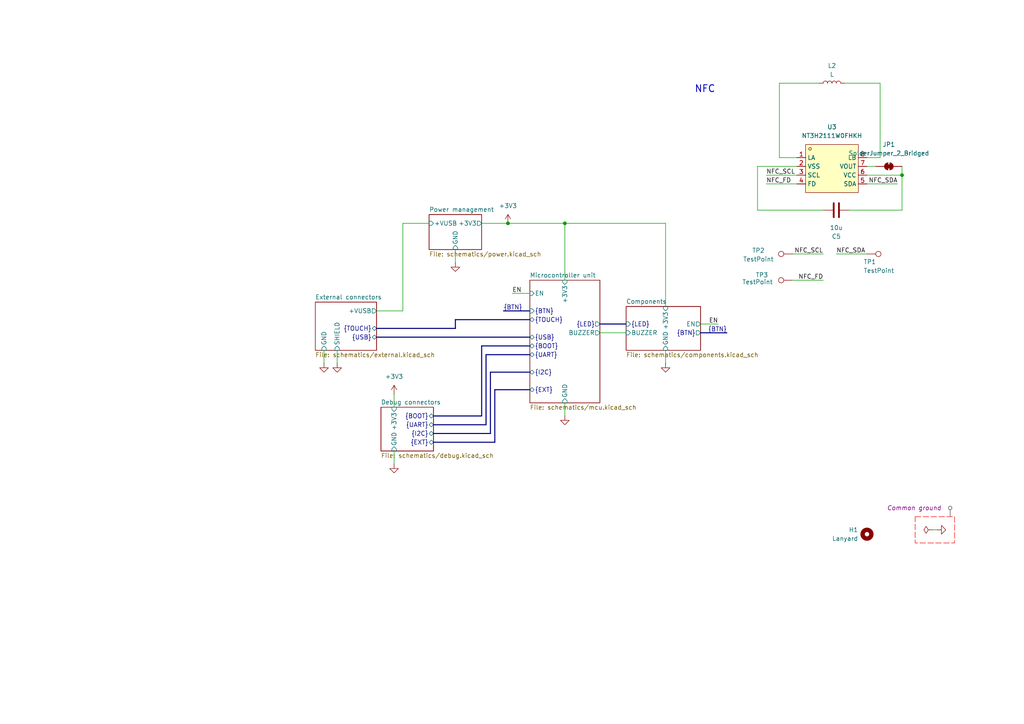
<source format=kicad_sch>
(kicad_sch (version 20250114) (generator "eeschema") (generator_version "9.0")
  (paper "A4")
  (title_block (title "Hack&Roll 2026 hardware badge") (date "2025-12-01") (rev "0.0.14") (company "NUS Hackers") (comment 1 "Art by @youngseopark05") (comment 2 "Developed by @yikjin and @Hackin7") (comment 3 "Licensed under CERN-OHL-P-2.0"))
  (lib_symbols
    (symbol "Connector:TestPoint" (pin_numbers (hide yes)) (pin_names (offset 0.762) (hide yes))
      (property "Reference" "TP" (at 0 6.858 0))
      (property "Value" "TestPoint" (at 0 5.08 0))
      (symbol "TestPoint_0_1"
        (circle (center 0 3.302) (radius 0.762))
      )
      (symbol "TestPoint_1_1"
        (pin passive line (at 0 0 90) (length 2.54) (name "1") (number "1"))
      )
    )
    (symbol "Device:C" (pin_numbers (hide yes)) (pin_names (offset 0.254))
      (property "Reference" "C" (at 0.635 2.54 0))
      (property "Value" "C" (at 0.635 -2.54 0))
      (symbol "C_0_1"
        (polyline (pts (xy -2.032 0.762) (xy 2.032 0.762)) (stroke (width 0.508)))
        (polyline (pts (xy -2.032 -0.762) (xy 2.032 -0.762)) (stroke (width 0.508)))
      )
      (symbol "C_1_1"
        (pin passive line (at 0 3.81 270) (length 2.794) (name "~") (number "1"))
        (pin passive line (at 0 -3.81 90) (length 2.794) (name "~") (number "2"))
      )
    )
    (symbol "Device:L" (pin_numbers (hide yes)) (pin_names (offset 1.016) (hide yes))
      (property "Reference" "L" (at -1.27 0 90))
      (property "Value" "L" (at 1.905 0 90))
      (symbol "L_0_1"
        (arc (start 0 2.54) (mid 0.6323 1.905) (end 0 1.27))
        (arc (start 0 1.27) (mid 0.6323 0.635) (end 0 0))
        (arc (start 0 0) (mid 0.6323 -0.635) (end 0 -1.27))
        (arc (start 0 -1.27) (mid 0.6323 -1.905) (end 0 -2.54))
      )
      (symbol "L_1_1"
        (pin passive line (at 0 3.81 270) (length 1.27) (name "1") (number "1"))
        (pin passive line (at 0 -3.81 90) (length 1.27) (name "2") (number "2"))
      )
    )
    (symbol "Jumper:SolderJumper_2_Bridged" (pin_numbers (hide yes)) (pin_names (offset 0) (hide yes)) (exclude_from_sim yes) (in_bom no)
      (property "Reference" "JP" (at 0 2.032 0))
      (property "Value" "SolderJumper_2_Bridged" (at 0 -2.54 0))
      (symbol "SolderJumper_2_Bridged_0_1"
        (rectangle (start -0.508 0.508) (end 0.508 -0.508) (fill (type outline)))
        (polyline (pts (xy -0.254 1.016) (xy -0.254 -1.016)))
        (arc (start -0.254 -1.016) (mid -1.2656 0) (end -0.254 1.016))
        (arc (start -0.254 -1.016) (mid -1.2656 0) (end -0.254 1.016) (fill (type outline)))
        (arc (start 0.254 1.016) (mid 1.2656 0) (end 0.254 -1.016))
        (arc (start 0.254 1.016) (mid 1.2656 0) (end 0.254 -1.016) (fill (type outline)))
        (polyline (pts (xy 0.254 1.016) (xy 0.254 -1.016)))
      )
      (symbol "SolderJumper_2_Bridged_1_1"
        (pin passive line (at -3.81 0 0) (length 2.54) (name "A") (number "1"))
        (pin passive line (at 3.81 0 180) (length 2.54) (name "B") (number "2"))
      )
    )
    (symbol "Mechanical:MountingHole" (pin_names (offset 1.016)) (in_bom no)
      (property "Reference" "H" (at 0 5.08 0))
      (property "Value" "MountingHole" (at 0 3.175 0))
      (symbol "MountingHole_0_1"
        (circle (center 0 0) (radius 1.27) (stroke (width 1.27)))
      )
    )
    (symbol "easyeda2kicad:NT3H2111W0FHKH"
      (property "Reference" "U" (at 0 8.89 0))
      (property "Value" "NT3H2111W0FHKH" (at 0 -8.89 0))
      (symbol "NT3H2111W0FHKH_0_1"
        (rectangle (start -7.62 7.62) (end 7.62 -6.35) (fill (type background)))
        (circle (center -6.35 6.35) (radius 0.38))
        (pin unspecified line (at -10.16 3.81 0) (length 2.54) (name "LA") (number "1"))
        (pin unspecified line (at -10.16 1.27 0) (length 2.54) (name "VSS") (number "2"))
        (pin unspecified line (at -10.16 -1.27 0) (length 2.54) (name "SCL") (number "3"))
        (pin unspecified line (at -10.16 -3.81 0) (length 2.54) (name "FD") (number "4"))
        (pin unspecified line (at 10.16 3.81 180) (length 2.54) (name "LB") (number "8"))
        (pin unspecified line (at 10.16 1.27 180) (length 2.54) (name "VOUT") (number "7"))
        (pin unspecified line (at 10.16 -1.27 180) (length 2.54) (name "VCC") (number "6"))
        (pin unspecified line (at 10.16 -3.81 180) (length 2.54) (name "SDA") (number "5"))
      )
    )
    (symbol "power:+3V3" (power) (pin_numbers (hide yes)) (pin_names (offset 0) (hide yes))
      (property "Value" "+3V3" (at 0 3.556 0))
      (symbol "+3V3_0_1"
        (polyline (pts (xy -0.762 1.27) (xy 0 2.54)))
        (polyline (pts (xy 0 2.54) (xy 0.762 1.27)))
        (polyline (pts (xy 0 0) (xy 0 2.54)))
      )
      (symbol "+3V3_1_1"
        (pin power_in line (at 0 0 90) (length 0) (name "~") (number "1"))
      )
    )
    (symbol "power:GND" (power) (pin_numbers (hide yes)) (pin_names (offset 0) (hide yes))
      (property "Value" "GND" (at 0 -3.81 0))
      (symbol "GND_0_1"
        (polyline (pts (xy 0 0) (xy 0 -1.27) (xy 1.27 -1.27) (xy 0 -2.54) (xy -1.27 -1.27) (xy 0 -1.27)))
      )
      (symbol "GND_1_1"
        (pin power_in line (at 0 0 270) (length 0) (name "~") (number "1"))
      )
    )
    (symbol "power:PWR_FLAG" (power) (pin_numbers (hide yes)) (pin_names (offset 0) (hide yes))
      (property "Value" "PWR_FLAG" (at 0 3.81 0))
      (symbol "PWR_FLAG_0_0"
        (pin power_out line (at 0 0 90) (length 0) (name "~") (number "1"))
      )
      (symbol "PWR_FLAG_0_1"
        (polyline (pts (xy 0 0) (xy 0 1.27) (xy -1.016 1.905) (xy 0 2.54) (xy 1.016 1.905) (xy 0 1.27)))
      )
    )
  )
  (bus_alias "BOOT" (members "BOOT_IS_SPI" "BOOT_HIGH" "BOOT_BUG"))
  (bus_alias "BTN" (members "BTN_U" "BTN_D" "BTN_L" "BTN_R" "BTN_A" "BTN_B"))
  (bus_alias "EXT" (members "EXT_[0..1]"))
  (bus_alias "I2C" (members "IO_SCL" "IO_SDA" "IO_~{INT}"))
  (bus_alias "LED" (members "LED_[0..9]"))
  (bus_alias "LED_BUZZER_R" (members "LED_R[0..9]" "BUZZER_R"))
  (bus_alias "POWER" (members "+VBATT" "+VBATT_SW" "+VBATT_EN" "+VUSB_EN" "+VUSB_PI" "+3V3" "+3V3_VBATT" "+3V3_VUSB"))
  (bus_alias "TOUCH" (members "TOUCH_D+" "TOUCH_D-"))
  (bus_alias "UART" (members "UART_TX" "UART_RX"))
  (bus_alias "USB" (members "USB_D+" "USB_D-"))
  (text "NFC" (at 204.47 25.908 0) (effects (font (size 2 2) (thickness 0.254) (bold yes))))
  (junction (at 147.32 64.77))
  (junction (at 163.83 64.77))
  (junction (at 261.62 50.8))
  (wire (pts (xy 193.04 64.77) (xy 193.04 88.9)))
  (bus (pts (xy 132.08 92.71) (xy 132.08 95.25)))
  (wire (pts (xy 219.71 48.26) (xy 231.14 48.26)))
  (bus (pts (xy 143.51 113.03) (xy 143.51 128.27)))
  (bus (pts (xy 153.67 92.71) (xy 132.08 92.71)))
  (wire (pts (xy 93.98 101.6) (xy 93.98 105.41)))
  (wire (pts (xy 139.7 64.77) (xy 147.32 64.77)))
  (wire (pts (xy 109.22 90.17) (xy 116.84 90.17)))
  (bus (pts (xy 173.99 93.98) (xy 181.61 93.98)))
  (wire (pts (xy 116.84 90.17) (xy 116.84 64.77)))
  (wire (pts (xy 251.46 48.26) (xy 254 48.26)))
  (wire (pts (xy 271.78 153.67) (xy 270.51 153.67)))
  (bus (pts (xy 109.22 95.25) (xy 132.08 95.25)))
  (wire (pts (xy 229.87 73.66) (xy 238.76 73.66)))
  (bus (pts (xy 140.97 102.87) (xy 140.97 123.19)))
  (wire (pts (xy 219.71 60.96) (xy 219.71 48.26)))
  (bus (pts (xy 146.05 90.17) (xy 153.67 90.17)))
  (wire (pts (xy 132.08 72.39) (xy 132.08 76.2)))
  (wire (pts (xy 163.83 120.65) (xy 163.83 116.84)))
  (wire (pts (xy 148.59 85.09) (xy 153.67 85.09)))
  (wire (pts (xy 226.06 24.13) (xy 226.06 45.72)))
  (bus (pts (xy 139.7 100.33) (xy 139.7 120.65)))
  (wire (pts (xy 193.04 101.6) (xy 193.04 105.41)))
  (wire (pts (xy 251.46 50.8) (xy 261.62 50.8)))
  (wire (pts (xy 173.99 96.52) (xy 181.61 96.52)))
  (wire (pts (xy 261.62 60.96) (xy 261.62 50.8)))
  (bus (pts (xy 153.67 100.33) (xy 139.7 100.33)))
  (wire (pts (xy 114.3 134.62) (xy 114.3 130.81)))
  (wire (pts (xy 251.46 53.34) (xy 260.35 53.34)))
  (wire (pts (xy 114.3 114.3) (xy 114.3 118.11)))
  (wire (pts (xy 222.25 53.34) (xy 231.14 53.34)))
  (bus (pts (xy 142.24 125.73) (xy 142.24 107.95)))
  (wire (pts (xy 242.57 73.66) (xy 251.46 73.66)))
  (wire (pts (xy 203.2 93.98) (xy 208.28 93.98)))
  (bus (pts (xy 109.22 97.79) (xy 153.67 97.79)))
  (bus (pts (xy 203.2 96.52) (xy 210.82 96.52)))
  (wire (pts (xy 261.62 50.8) (xy 261.62 48.26)))
  (wire (pts (xy 97.79 101.6) (xy 97.79 105.41)))
  (bus (pts (xy 153.67 113.03) (xy 143.51 113.03)))
  (bus (pts (xy 143.51 128.27) (xy 125.73 128.27)))
  (wire (pts (xy 193.04 64.77) (xy 163.83 64.77)))
  (wire (pts (xy 226.06 45.72) (xy 231.14 45.72)))
  (wire (pts (xy 245.11 24.13) (xy 255.27 24.13)))
  (bus (pts (xy 125.73 120.65) (xy 139.7 120.65)))
  (bus (pts (xy 125.73 123.19) (xy 140.97 123.19)))
  (wire (pts (xy 238.76 81.28) (xy 229.87 81.28)))
  (bus (pts (xy 153.67 102.87) (xy 140.97 102.87)))
  (wire (pts (xy 246.38 60.96) (xy 261.62 60.96)))
  (wire (pts (xy 255.27 45.72) (xy 251.46 45.72)))
  (bus (pts (xy 125.73 125.73) (xy 142.24 125.73)))
  (wire (pts (xy 255.27 45.72) (xy 255.27 24.13)))
  (wire (pts (xy 237.49 24.13) (xy 226.06 24.13)))
  (bus (pts (xy 142.24 107.95) (xy 153.67 107.95)))
  (wire (pts (xy 219.71 60.96) (xy 238.76 60.96)))
  (wire (pts (xy 163.83 81.28) (xy 163.83 64.77)))
  (wire (pts (xy 147.32 64.77) (xy 163.83 64.77)))
  (wire (pts (xy 222.25 50.8) (xy 231.14 50.8)))
  (wire (pts (xy 116.84 64.77) (xy 124.46 64.77)))
  (label "NFC_SDA" (at 260.35 53.34 180))
  (label "NFC_FD" (at 238.76 81.28 180))
  (label "NFC_FD" (at 222.25 53.34 0))
  (label "{BTN}" (at 210.82 96.52 180))
  (label "EN" (at 148.59 85.09 0))
  (label "NFC_SCL" (at 238.76 73.66 180))
  (label "EN" (at 208.28 93.98 180))
  (label "NFC_SCL" (at 222.25 50.8 0))
  (label "NFC_SDA" (at 242.57 73.66 0))
  (label "{BTN}" (at 146.05 90.17 0))
  (rule_area (polyline (pts (xy 265.43 149.86) (xy 276.86 149.86) (xy 276.86 157.48) (xy 265.43 157.48)) (stroke (width 0) (type dash))))
  (netclass_flag "" (length 2.54) (shape round) (at 275.59 149.86 0) (property "Component Class" "Common ground" (at 273.05 147.32 0) (effects (font (italic yes)) (justify right))))
  (symbol (lib_id "Connector:TestPoint") (at 251.46 73.66 270) (unit 1)
    (property "Reference" "TP1" (at 250.444 75.946 90) (effects (justify left)))
    (property "Value" "TestPoint" (at 250.444 78.486 90) (effects (justify left)))
    (property "Footprint" "TestPoint:TestPoint_Pad_1.0x1.0mm" (effects (hide yes)))
    (property "Description" "test point" (effects (hide yes)))
  )
  (symbol (lib_id "power:GND") (at 132.08 76.2 0) (unit 1)
    (property "Reference" "#PWR02" (effects (hide yes)))
    (property "Value" "GND" (effects (hide yes)))
    (property "Description" "Power symbol creates a global label with name \"GND\" , ground" (effects (hide yes)))
  )
  (symbol (lib_id "power:+3V3") (at 114.3 114.3 0) (unit 1)
    (property "Reference" "#PWR06" (effects (hide yes)))
    (property "Value" "+3V3" (at 114.3 109.22 0))
    (property "Description" "Power symbol creates a global label with name \"+3V3\"" (effects (hide yes)))
  )
  (symbol (lib_id "Device:L") (at 241.3 24.13 90) (unit 1)
    (property "Reference" "L2" (at 241.3 19.05 90))
    (property "Value" "L" (at 241.3 21.59 90))
    (property "Footprint" "hnr26-badge:NFC_COIL" (effects (hide yes)))
    (property "Description" "Inductor" (effects (hide yes)))
  )
  (symbol (lib_id "power:GND") (at 97.79 105.41 0) (unit 1)
    (property "Reference" "#PWR04" (effects (hide yes)))
    (property "Value" "GND" (effects (hide yes)))
    (property "Description" "Power symbol creates a global label with name \"GND\" , ground" (effects (hide yes)))
  )
  (symbol (lib_id "power:GND") (at 114.3 134.62 0) (unit 1)
    (property "Reference" "#PWR08" (effects (hide yes)))
    (property "Value" "GND" (effects (hide yes)))
    (property "Description" "Power symbol creates a global label with name \"GND\" , ground" (effects (hide yes)))
  )
  (symbol (lib_id "Jumper:SolderJumper_2_Bridged") (at 257.81 48.26 0) (mirror y) (unit 1) (exclude_from_sim yes) (in_bom no)
    (property "Reference" "JP1" (at 257.81 41.91 0))
    (property "Value" "SolderJumper_2_Bridged" (at 257.81 44.45 0))
    (property "Footprint" "Jumper:SolderJumper-2_P1.3mm_Bridged_RoundedPad1.0x1.5mm" (effects (hide yes)))
    (property "Description" "Solder Jumper, 2-pole, closed/bridged" (effects (hide yes)))
  )
  (symbol (lib_id "power:PWR_FLAG") (at 270.51 153.67 90) (unit 1)
    (property "Reference" "#FLG01" (effects (hide yes)))
    (property "Value" "PWR_FLAG" (effects (hide yes)))
    (property "Description" "Special symbol for telling ERC where power comes from" (effects (hide yes)))
  )
  (symbol (lib_id "power:+3V3") (at 147.32 64.77 0) (unit 1)
    (property "Reference" "#PWR01" (effects (hide yes)))
    (property "Value" "+3V3" (at 147.32 59.69 0))
    (property "Description" "Power symbol creates a global label with name \"+3V3\"" (effects (hide yes)))
  )
  (symbol (lib_id "Mechanical:MountingHole") (at 251.46 154.94 0) (mirror y) (unit 1) (exclude_from_sim yes) (in_bom no)
    (property "Reference" "H1" (at 248.92 153.6699 0) (effects (justify left)))
    (property "Value" "Lanyard" (at 248.92 156.2099 0) (effects (justify left)))
    (property "Footprint" "MountingHole:MountingHole_3.2mm_M3_DIN965_Pad" (effects (hide yes)))
    (property "Description" "Mounting Hole without connection" (effects (hide yes)))
  )
  (symbol (lib_id "Device:C") (at 242.57 60.96 90) (mirror x) (unit 1)
    (property "Reference" "C5" (at 242.57 68.58 90))
    (property "Value" "10u" (at 242.57 66.04 90))
    (property "Footprint" "Capacitor_SMD:C_0805_2012Metric" (effects (hide yes)))
    (property "Datasheet" "https://jlcpcb.com/api/file/downloadByFileSystemAccessId/8603102601970278400" (effects (hide yes)))
    (property "Description" "10uF 25V X5R ±10% 0805 Multilayer Ceramic Capacitors MLCC - SMD/SMT ROHS" (effects (hide yes)))
    (property "Cost per unit" "0.0074" (effects (hide yes)))
    (property "LCSC Part #" "C19103847" (effects (hide yes)))
    (property "PCB website" "https://jlcpcb.com/partdetail/Chinocera-HGC0805R5106K250NSLJ/C19103847" (effects (hide yes)))
  )
  (symbol (lib_id "Connector:TestPoint") (at 229.87 73.66 90) (unit 1)
    (property "Reference" "TP2" (at 219.964 72.644 90))
    (property "Value" "TestPoint" (at 219.964 75.184 90))
    (property "Footprint" "TestPoint:TestPoint_Pad_1.0x1.0mm" (effects (hide yes)))
    (property "Description" "test point" (effects (hide yes)))
  )
  (symbol (lib_id "easyeda2kicad:NT3H2111W0FHKH") (at 241.3 49.53 0) (unit 1)
    (property "Reference" "U3" (at 241.3 36.83 0))
    (property "Value" "NT3H2111W0FHKH" (at 241.3 39.37 0))
    (property "Footprint" "easyeda2kicad:XQFN-8_L1.6-W1.6-P0.50-BL_NT3H2111W0FHKH" (effects (hide yes)))
    (property "LCSC Part" "C710403" (effects (hide yes)))
  )
  (symbol (lib_id "Connector:TestPoint") (at 229.87 81.28 90) (unit 1)
    (property "Reference" "TP3" (at 220.98 79.756 90))
    (property "Value" "TestPoint" (at 219.71 81.788 90))
    (property "Footprint" "TestPoint:TestPoint_Pad_1.0x1.0mm" (effects (hide yes)))
    (property "Description" "test point" (effects (hide yes)))
  )
  (symbol (lib_id "power:GND") (at 193.04 105.41 0) (unit 1)
    (property "Reference" "#PWR05" (effects (hide yes)))
    (property "Value" "GND" (effects (hide yes)))
    (property "Description" "Power symbol creates a global label with name \"GND\" , ground" (effects (hide yes)))
  )
  (symbol (lib_id "power:GND") (at 93.98 105.41 0) (unit 1)
    (property "Reference" "#PWR03" (effects (hide yes)))
    (property "Value" "GND" (effects (hide yes)))
    (property "Description" "Power symbol creates a global label with name \"GND\" , ground" (effects (hide yes)))
  )
  (symbol (lib_id "power:GND") (at 271.78 153.67 90) (unit 1)
    (property "Reference" "#PWR09" (effects (hide yes)))
    (property "Value" "GND" (effects (hide yes)))
    (property "Description" "Power symbol creates a global label with name \"GND\" , ground" (effects (hide yes)))
  )
  (symbol (lib_id "power:GND") (at 163.83 120.65 0) (unit 1)
    (property "Reference" "#PWR07" (effects (hide yes)))
    (property "Value" "GND" (effects (hide yes)))
    (property "Description" "Power symbol creates a global label with name \"GND\" , ground" (effects (hide yes)))
  )
  (sheet (at 153.67 81.28) (size 20.32 35.56) (stroke (width 0.1524))
    (property "Sheetname" "Microcontroller unit" (at 153.67 80.5684 0) (effects (justify left bottom)))
    (property "Sheetfile" "schematics/mcu.kicad_sch" (at 153.67 117.4246 0) (effects (justify left top)))
    (pin "EN" input (at 153.67 85.09 180))
    (pin "+3V3" input (at 163.83 81.28 90))
    (pin "GND" input (at 163.83 116.84 270))
    (pin "BUZZER" output (at 173.99 96.52 0))
    (pin "{I2C}" bidirectional (at 153.67 107.95 180))
    (pin "{TOUCH}" bidirectional (at 153.67 92.71 180))
    (pin "{BTN}" input (at 153.67 90.17 180))
    (pin "{BOOT}" bidirectional (at 153.67 100.33 180))
    (pin "{USB}" bidirectional (at 153.67 97.79 180))
    (pin "{LED}" output (at 173.99 93.98 0))
    (pin "{UART}" bidirectional (at 153.67 102.87 180))
    (pin "{EXT}" bidirectional (at 153.67 113.03 180))
  )
  (sheet (at 124.46 62.23) (size 15.24 10.16) (stroke (width 0.1524))
    (property "Sheetname" "Power management" (at 124.46 61.5184 0) (effects (justify left bottom)))
    (property "Sheetfile" "schematics/power.kicad_sch" (at 124.46 72.9746 0) (effects (justify left top)))
    (pin "+VUSB" input (at 124.46 64.77 180))
    (pin "GND" input (at 132.08 72.39 270))
    (pin "+3V3" output (at 139.7 64.77 0))
  )
  (sheet (at 91.44 87.63) (size 17.78 13.97) (stroke (width 0.1524))
    (property "Sheetname" "External connectors" (at 91.44 86.9184 0) (effects (justify left bottom)))
    (property "Sheetfile" "schematics/external.kicad_sch" (at 91.44 102.1846 0) (effects (justify left top)))
    (pin "+VUSB" output (at 109.22 90.17 0))
    (pin "GND" input (at 93.98 101.6 270))
    (pin "SHIELD" input (at 97.79 101.6 270))
    (pin "{TOUCH}" bidirectional (at 109.22 95.25 0))
    (pin "{USB}" bidirectional (at 109.22 97.79 0))
  )
  (sheet (at 181.61 88.9) (size 21.59 12.7) (stroke (width 0.1524))
    (property "Sheetname" "Components" (at 181.61 88.1884 0) (effects (justify left bottom)))
    (property "Sheetfile" "schematics/components.kicad_sch" (at 181.61 102.1846 0) (effects (justify left top)))
    (pin "EN" output (at 203.2 93.98 0))
    (pin "+3V3" input (at 193.04 88.9 90))
    (pin "GND" input (at 193.04 101.6 270))
    (pin "BUZZER" input (at 181.61 96.52 180))
    (pin "{BTN}" output (at 203.2 96.52 0))
    (pin "{LED}" input (at 181.61 93.98 180))
  )
  (sheet (at 110.49 118.11) (size 15.24 12.7) (stroke (width 0.1524))
    (property "Sheetname" "Debug connectors" (at 110.49 117.3984 0) (effects (justify left bottom)))
    (property "Sheetfile" "schematics/debug.kicad_sch" (at 110.49 131.3946 0) (effects (justify left top)))
    (pin "GND" input (at 114.3 130.81 270))
    (pin "+3V3" input (at 114.3 118.11 90))
    (pin "{EXT}" bidirectional (at 125.73 128.27 0))
    (pin "{BOOT}" bidirectional (at 125.73 120.65 0))
    (pin "{UART}" bidirectional (at 125.73 123.19 0))
    (pin "{I2C}" bidirectional (at 125.73 125.73 0))
  )
)
</source>
